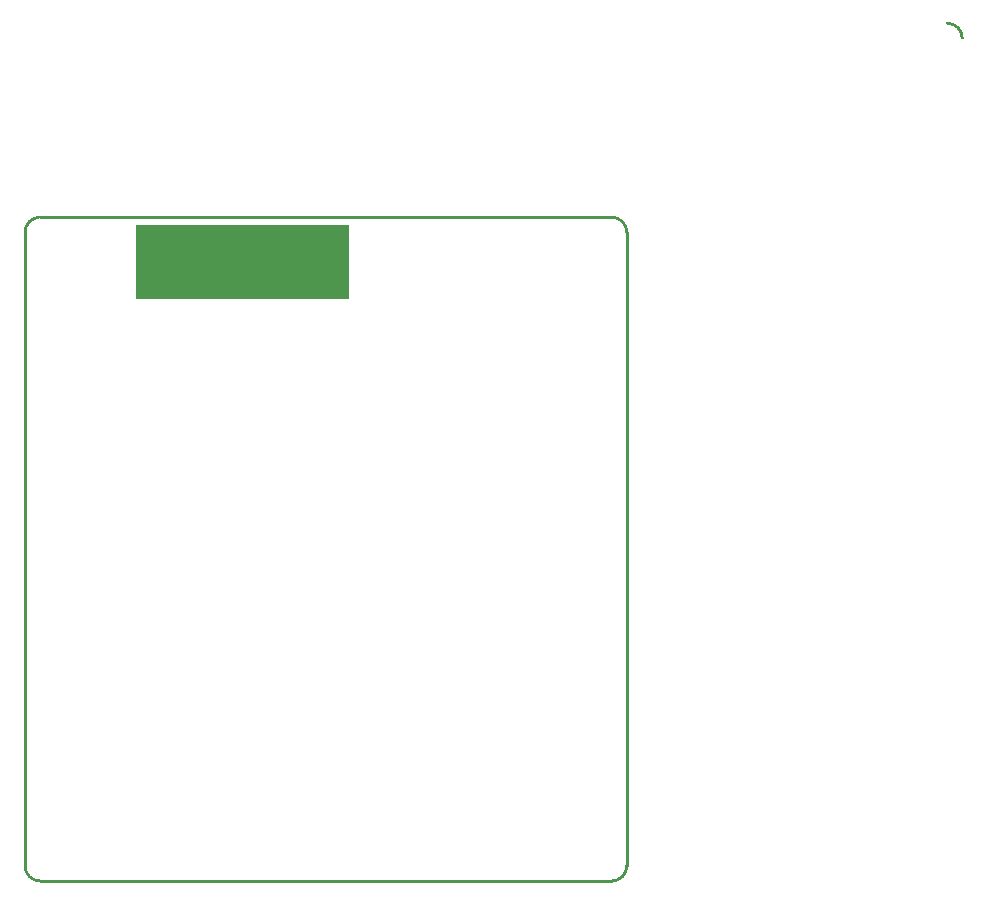
<source format=gbr>
%TF.GenerationSoftware,Altium Limited,Altium Designer,21.4.1 (30)*%
G04 Layer_Color=16711935*
%FSLAX26Y26*%
%MOIN*%
%TF.SameCoordinates,1ED331C9-AAA6-4E36-89CA-E609260C48EE*%
%TF.FilePolarity,Positive*%
%TF.FileFunction,Keep-out,Top*%
%TF.Part,Single*%
G01*
G75*
%TA.AperFunction,NonConductor*%
%ADD55C,0.010000*%
G36*
X1769803Y2019961D02*
X1061142D01*
Y2267992D01*
X1769803D01*
Y2019961D01*
D02*
G37*
D55*
X2646850Y80709D02*
G03*
X2696850Y130709I0J50000D01*
G01*
Y2243307D02*
G03*
X2646850Y2293307I-50000J0D01*
G01*
X740945D02*
G03*
X690945Y2243307I0J-50000D01*
G01*
Y130709D02*
G03*
X740945Y80709I50000J0D01*
G01*
X3815000Y2890000D02*
G03*
X3765000Y2940000I-50000J0D01*
G01*
X759842Y80709D02*
X2646850D01*
X2696850Y130709D02*
Y2243307D01*
X740945Y2293307D02*
X2646850D01*
X690945Y130709D02*
Y2243307D01*
X740945Y80709D02*
X759842D01*
%TF.MD5,7232eef1157fb32df722b32973e453cf*%
M02*

</source>
